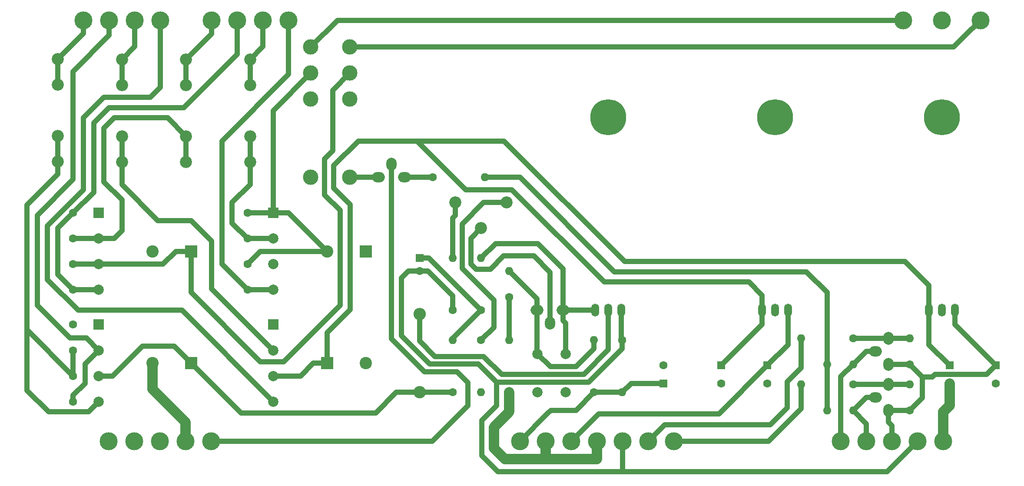
<source format=gbl>
G04 #@! TF.GenerationSoftware,KiCad,Pcbnew,(5.1.7)-1*
G04 #@! TF.CreationDate,2022-11-12T18:17:31+01:00*
G04 #@! TF.ProjectId,Netzteil-Modul,4e65747a-7465-4696-9c2d-4d6f64756c2e,rev?*
G04 #@! TF.SameCoordinates,Original*
G04 #@! TF.FileFunction,Copper,L2,Bot*
G04 #@! TF.FilePolarity,Positive*
%FSLAX46Y46*%
G04 Gerber Fmt 4.6, Leading zero omitted, Abs format (unit mm)*
G04 Created by KiCad (PCBNEW (5.1.7)-1) date 2022-11-12 18:17:31*
%MOMM*%
%LPD*%
G01*
G04 APERTURE LIST*
G04 #@! TA.AperFunction,ComponentPad*
%ADD10O,1.600000X1.600000*%
G04 #@! TD*
G04 #@! TA.AperFunction,ComponentPad*
%ADD11C,7.000000*%
G04 #@! TD*
G04 #@! TA.AperFunction,ComponentPad*
%ADD12C,1.600000*%
G04 #@! TD*
G04 #@! TA.AperFunction,ComponentPad*
%ADD13R,2.400000X2.400000*%
G04 #@! TD*
G04 #@! TA.AperFunction,ComponentPad*
%ADD14C,2.400000*%
G04 #@! TD*
G04 #@! TA.AperFunction,ComponentPad*
%ADD15C,3.500000*%
G04 #@! TD*
G04 #@! TA.AperFunction,ComponentPad*
%ADD16C,3.000000*%
G04 #@! TD*
G04 #@! TA.AperFunction,ComponentPad*
%ADD17C,2.350000*%
G04 #@! TD*
G04 #@! TA.AperFunction,ComponentPad*
%ADD18R,1.600000X1.600000*%
G04 #@! TD*
G04 #@! TA.AperFunction,ComponentPad*
%ADD19C,2.000000*%
G04 #@! TD*
G04 #@! TA.AperFunction,ComponentPad*
%ADD20O,2.400000X2.400000*%
G04 #@! TD*
G04 #@! TA.AperFunction,ComponentPad*
%ADD21O,2.000000X2.500000*%
G04 #@! TD*
G04 #@! TA.AperFunction,ComponentPad*
%ADD22O,2.500000X2.000000*%
G04 #@! TD*
G04 #@! TA.AperFunction,ComponentPad*
%ADD23C,2.340000*%
G04 #@! TD*
G04 #@! TA.AperFunction,ComponentPad*
%ADD24O,1.500000X2.500000*%
G04 #@! TD*
G04 #@! TA.AperFunction,ComponentPad*
%ADD25R,2.000000X2.000000*%
G04 #@! TD*
G04 #@! TA.AperFunction,Conductor*
%ADD26C,1.000000*%
G04 #@! TD*
G04 #@! TA.AperFunction,Conductor*
%ADD27C,2.000000*%
G04 #@! TD*
G04 APERTURE END LIST*
D10*
X212500000Y-122040000D03*
X207420000Y-122040000D03*
X212500000Y-131040000D03*
X207420000Y-131040000D03*
D11*
X164800000Y-73875000D03*
X229800000Y-73875000D03*
X197300000Y-73875000D03*
D12*
X94500000Y-102500000D03*
X94500000Y-107500000D03*
X94500000Y-97500000D03*
X94500000Y-92500000D03*
X60500000Y-107500000D03*
X60500000Y-102500000D03*
X60500000Y-97500000D03*
X60500000Y-92500000D03*
X60500000Y-119300000D03*
X60500000Y-114300000D03*
X60500000Y-129300000D03*
X60500000Y-124300000D03*
X134500000Y-111500000D03*
D10*
X134500000Y-101340000D03*
D12*
X162000000Y-127500000D03*
D10*
X162000000Y-117340000D03*
D13*
X83500000Y-121800000D03*
D14*
X76000000Y-121800000D03*
D15*
X147600000Y-137000000D03*
X152600000Y-137000000D03*
X157600000Y-137000000D03*
X162600000Y-137000000D03*
X167600000Y-137000000D03*
X172600000Y-137000000D03*
X177600000Y-137000000D03*
X67400000Y-137000000D03*
X72400000Y-137000000D03*
X77400000Y-137000000D03*
X82400000Y-137000000D03*
X87400000Y-137000000D03*
X210100000Y-137000000D03*
X215100000Y-137000000D03*
X220100000Y-137000000D03*
X225100000Y-137000000D03*
X230100000Y-137000000D03*
D16*
X106800000Y-85600000D03*
X114420000Y-85600000D03*
X114420000Y-70360000D03*
X114420000Y-65280000D03*
X114420000Y-60200000D03*
X106800000Y-70360000D03*
X106800000Y-65280000D03*
X106800000Y-60200000D03*
D17*
X95000000Y-77600000D03*
X95000000Y-82600000D03*
X95000000Y-67600000D03*
X95000000Y-62600000D03*
X57500000Y-77500000D03*
X57500000Y-82500000D03*
X57500000Y-67500000D03*
X57500000Y-62500000D03*
D18*
X195800000Y-122250000D03*
D12*
X195800000Y-125750000D03*
D18*
X186800000Y-122250000D03*
D12*
X186800000Y-125750000D03*
D18*
X240300000Y-122250000D03*
D12*
X240300000Y-125750000D03*
D18*
X231300000Y-122250000D03*
D12*
X231300000Y-125750000D03*
D18*
X175500000Y-125750000D03*
D12*
X175500000Y-122250000D03*
D18*
X128000000Y-101340000D03*
D12*
X128000000Y-103840000D03*
X145500000Y-108960000D03*
D10*
X145500000Y-103880000D03*
D19*
X151000000Y-120000000D03*
X151000000Y-127500000D03*
X156500000Y-120000000D03*
X156500000Y-127500000D03*
D14*
X128000000Y-127500000D03*
D20*
X128000000Y-112260000D03*
D10*
X145500000Y-127500000D03*
X145500000Y-117340000D03*
D21*
X122520000Y-83060000D03*
D22*
X119980000Y-85600000D03*
X125060000Y-85600000D03*
D12*
X140000000Y-117340000D03*
D10*
X140000000Y-127500000D03*
D12*
X167500000Y-117340000D03*
D10*
X167500000Y-127500000D03*
D12*
X140000000Y-111500000D03*
D10*
X140000000Y-101340000D03*
D12*
X134500000Y-127500000D03*
D10*
X134500000Y-117340000D03*
D12*
X130560000Y-85600000D03*
D10*
X140720000Y-85600000D03*
D12*
X223500000Y-131040000D03*
D10*
X223500000Y-125960000D03*
X223500000Y-116960000D03*
D12*
X223500000Y-122040000D03*
D22*
X216850000Y-128500000D03*
D21*
X219390000Y-131040000D03*
X219390000Y-125960000D03*
D22*
X216840000Y-119500000D03*
D21*
X219380000Y-122040000D03*
X219380000Y-116960000D03*
D12*
X212500000Y-125960000D03*
D10*
X202340000Y-125960000D03*
D12*
X212500000Y-116960000D03*
D10*
X202340000Y-116960000D03*
D23*
X135000000Y-90500000D03*
X140000000Y-95500000D03*
X145000000Y-90500000D03*
D21*
X153460000Y-114040000D03*
D22*
X156000000Y-111500000D03*
X150920000Y-111500000D03*
D24*
X227260000Y-111500000D03*
X229800000Y-111500000D03*
X232340000Y-111500000D03*
X194760000Y-111500000D03*
X197300000Y-111500000D03*
X199840000Y-111500000D03*
X162260000Y-111500000D03*
X164800000Y-111500000D03*
X167340000Y-111500000D03*
D13*
X117500000Y-100000000D03*
D14*
X110000000Y-100000000D03*
D13*
X110000000Y-121800000D03*
D14*
X117500000Y-121800000D03*
D13*
X83500000Y-100000000D03*
D14*
X76000000Y-100000000D03*
D25*
X65500000Y-92500000D03*
D19*
X65500000Y-97500000D03*
X65500000Y-102500000D03*
X65500000Y-107500000D03*
X99500000Y-107500000D03*
X99500000Y-102500000D03*
X99500000Y-97500000D03*
D25*
X99500000Y-92500000D03*
X99500000Y-114300000D03*
D19*
X99500000Y-119300000D03*
X99500000Y-124300000D03*
X99500000Y-129300000D03*
D25*
X65500000Y-114300000D03*
D19*
X65500000Y-119300000D03*
X65500000Y-124300000D03*
X65500000Y-129300000D03*
D17*
X82500000Y-77600000D03*
X82500000Y-82600000D03*
X82500000Y-67600000D03*
X82500000Y-62600000D03*
X70000000Y-77600000D03*
X70000000Y-82600000D03*
X70000000Y-67600000D03*
X70000000Y-62600000D03*
D15*
X237300000Y-55000000D03*
X229800000Y-55000000D03*
X222300000Y-55000000D03*
X102500000Y-55000000D03*
X97500000Y-55000000D03*
X92500000Y-55000000D03*
X87500000Y-55000000D03*
X77500000Y-55000000D03*
X72500000Y-55000000D03*
X67500000Y-55000000D03*
X62500000Y-55000000D03*
D26*
X112000000Y-55000000D02*
X106800000Y-60200000D01*
X222300000Y-55000000D02*
X112000000Y-55000000D01*
X232100000Y-60200000D02*
X234050000Y-58250000D01*
X114420000Y-60200000D02*
X232100000Y-60200000D01*
X237300000Y-55000000D02*
X234050000Y-58250000D01*
X72500000Y-60100000D02*
X70000000Y-62600000D01*
X72500000Y-55000000D02*
X72500000Y-60100000D01*
X70000000Y-62600000D02*
X70000000Y-67600000D01*
X95000000Y-62600000D02*
X95000000Y-67600000D01*
X97500000Y-60100000D02*
X95000000Y-62600000D01*
X97500000Y-55000000D02*
X97500000Y-60100000D01*
X82500000Y-62600000D02*
X82500000Y-67600000D01*
X87500000Y-57600000D02*
X82500000Y-62600000D01*
X87500000Y-55000000D02*
X87500000Y-57600000D01*
X62500000Y-57500000D02*
X57500000Y-62500000D01*
X62500000Y-55000000D02*
X62500000Y-57500000D01*
X57500000Y-62500000D02*
X57500000Y-67500000D01*
D27*
X162600000Y-137000000D02*
X162600000Y-140500000D01*
X162600000Y-140500000D02*
X152600000Y-140500000D01*
X152600000Y-140500000D02*
X152600000Y-137000000D01*
X152600000Y-140500000D02*
X144600000Y-140500000D01*
X145500000Y-127500000D02*
X145500000Y-131300000D01*
X145500000Y-131300000D02*
X142500000Y-134300000D01*
X142500000Y-138400000D02*
X144600000Y-140500000D01*
X142500000Y-134300000D02*
X142500000Y-138400000D01*
X231300000Y-125750000D02*
X231300000Y-130100000D01*
X230100000Y-131300000D02*
X230100000Y-137000000D01*
X231300000Y-130100000D02*
X230100000Y-131300000D01*
X82400000Y-133300000D02*
X82400000Y-137000000D01*
X76000000Y-126900000D02*
X82400000Y-133300000D01*
X76000000Y-121800000D02*
X76000000Y-126900000D01*
D26*
X70000000Y-77600000D02*
X70000000Y-82600000D01*
X99500000Y-119300000D02*
X87500000Y-107300000D01*
X70000000Y-82600000D02*
X70000000Y-87000000D01*
X70000000Y-87000000D02*
X77000000Y-94000000D01*
X83500000Y-94000000D02*
X87500000Y-98000000D01*
X77000000Y-94000000D02*
X83500000Y-94000000D01*
X87500000Y-107300000D02*
X87500000Y-98000000D01*
X81700000Y-111500000D02*
X99500000Y-129300000D01*
X70500000Y-111500000D02*
X81700000Y-111500000D01*
X70500000Y-111500000D02*
X71500000Y-111500000D01*
X77500000Y-65000000D02*
X77500000Y-55000000D01*
X77500000Y-68000000D02*
X77500000Y-65000000D01*
X75500000Y-70000000D02*
X77500000Y-68000000D01*
X66500000Y-70000000D02*
X75500000Y-70000000D01*
X62500000Y-74000000D02*
X66500000Y-70000000D01*
X62500000Y-88000000D02*
X62500000Y-74000000D01*
X55500000Y-105500000D02*
X55500000Y-95000000D01*
X55500000Y-95000000D02*
X62500000Y-88000000D01*
X61500000Y-111500000D02*
X55500000Y-105500000D01*
X70500000Y-111500000D02*
X61500000Y-111500000D01*
X111300000Y-83300000D02*
X116100000Y-78500000D01*
X111300000Y-87700000D02*
X111300000Y-83300000D01*
X114500000Y-111400000D02*
X114500000Y-90900000D01*
X110000000Y-115900000D02*
X114500000Y-111400000D01*
X114500000Y-90900000D02*
X111300000Y-87700000D01*
X110000000Y-121800000D02*
X110000000Y-115900000D01*
X107300000Y-121800000D02*
X104800000Y-124300000D01*
X110000000Y-121800000D02*
X107300000Y-121800000D01*
X99500000Y-124300000D02*
X104800000Y-124300000D01*
X116100000Y-78500000D02*
X125500000Y-78500000D01*
X127500000Y-78500000D02*
X137000000Y-88000000D01*
X125500000Y-78500000D02*
X127500000Y-78500000D01*
X125500000Y-78500000D02*
X131800000Y-78500000D01*
X144500000Y-78500000D02*
X168000000Y-102000000D01*
X139000000Y-78500000D02*
X144500000Y-78500000D01*
X131800000Y-78500000D02*
X139000000Y-78500000D01*
X146000000Y-88000000D02*
X164000000Y-106000000D01*
X141400000Y-88000000D02*
X146000000Y-88000000D01*
X137000000Y-88000000D02*
X141400000Y-88000000D01*
X168000000Y-102000000D02*
X204100000Y-102000000D01*
X204100000Y-102000000D02*
X205100000Y-102000000D01*
X207400000Y-102000000D02*
X214300000Y-102000000D01*
X204100000Y-102000000D02*
X207400000Y-102000000D01*
X183200000Y-106000000D02*
X185800000Y-106000000D01*
X183200000Y-106000000D02*
X184500000Y-106000000D01*
X227260000Y-118210000D02*
X231300000Y-122250000D01*
X227260000Y-111500000D02*
X227260000Y-118210000D01*
X194760000Y-114290000D02*
X186800000Y-122250000D01*
X194760000Y-111500000D02*
X194760000Y-114290000D01*
X180600000Y-106000000D02*
X192200000Y-106000000D01*
X164000000Y-106000000D02*
X180600000Y-106000000D01*
X180600000Y-106000000D02*
X183200000Y-106000000D01*
X194760000Y-108560000D02*
X194760000Y-111500000D01*
X192200000Y-106000000D02*
X194760000Y-108560000D01*
X210400000Y-102000000D02*
X222600000Y-102000000D01*
X207400000Y-102000000D02*
X210400000Y-102000000D01*
X210400000Y-102000000D02*
X214100000Y-102000000D01*
X227260000Y-106660000D02*
X227260000Y-111500000D01*
X222600000Y-102000000D02*
X227260000Y-106660000D01*
X102500000Y-92500000D02*
X110000000Y-100000000D01*
X99500000Y-92500000D02*
X102500000Y-92500000D01*
X99500000Y-92500000D02*
X94500000Y-92500000D01*
X97000000Y-100000000D02*
X94500000Y-102500000D01*
X110000000Y-100000000D02*
X97000000Y-100000000D01*
X99500000Y-72580000D02*
X106800000Y-65280000D01*
X99500000Y-92500000D02*
X99500000Y-72580000D01*
X65500000Y-102500000D02*
X60500000Y-102500000D01*
X80500000Y-100000000D02*
X83500000Y-100000000D01*
X78000000Y-102500000D02*
X80500000Y-100000000D01*
X65500000Y-102500000D02*
X78000000Y-102500000D01*
X111100000Y-68600000D02*
X114420000Y-65280000D01*
X111100000Y-80400000D02*
X111100000Y-68600000D01*
X109500000Y-82000000D02*
X111100000Y-80400000D01*
X109500000Y-89000000D02*
X109500000Y-82000000D01*
X112500000Y-92000000D02*
X109500000Y-89000000D01*
X112500000Y-110500000D02*
X112500000Y-92000000D01*
X97000000Y-121500000D02*
X101500000Y-121500000D01*
X83500000Y-108000000D02*
X97000000Y-121500000D01*
X101500000Y-121500000D02*
X112500000Y-110500000D01*
X83500000Y-100000000D02*
X83500000Y-108000000D01*
X93200000Y-131500000D02*
X83500000Y-121800000D01*
X93200000Y-131500000D02*
X119500000Y-131500000D01*
X134500000Y-127500000D02*
X128000000Y-127500000D01*
X123500000Y-127500000D02*
X119500000Y-131500000D01*
X128000000Y-127500000D02*
X123500000Y-127500000D01*
X65500000Y-124300000D02*
X68200000Y-124300000D01*
X68200000Y-124300000D02*
X74000000Y-118500000D01*
X80200000Y-118500000D02*
X83500000Y-121800000D01*
X74000000Y-118500000D02*
X80200000Y-118500000D01*
X220100000Y-137000000D02*
X220100000Y-134000000D01*
X219390000Y-133290000D02*
X219390000Y-131040000D01*
X220100000Y-134000000D02*
X219390000Y-133290000D01*
X232340000Y-114290000D02*
X240300000Y-122250000D01*
X232340000Y-111500000D02*
X232340000Y-114290000D01*
X240300000Y-122250000D02*
X238550000Y-124000000D01*
X238550000Y-124000000D02*
X228440000Y-124000000D01*
X223500000Y-122040000D02*
X225960000Y-124500000D01*
X225960000Y-128580000D02*
X223500000Y-131040000D01*
X225960000Y-124500000D02*
X225960000Y-128580000D01*
X227940000Y-124500000D02*
X228440000Y-124000000D01*
X225960000Y-124500000D02*
X227940000Y-124500000D01*
X219380000Y-122040000D02*
X223500000Y-122040000D01*
X219390000Y-131040000D02*
X223500000Y-131040000D01*
X157600000Y-137000000D02*
X162900000Y-131700000D01*
X199840000Y-118210000D02*
X195800000Y-122250000D01*
X199840000Y-111500000D02*
X199840000Y-118210000D01*
X186350000Y-131700000D02*
X195800000Y-122250000D01*
X162900000Y-131700000D02*
X186350000Y-131700000D01*
X212500000Y-116960000D02*
X223500000Y-116960000D01*
X212500000Y-125960000D02*
X223500000Y-125960000D01*
X215040000Y-119500000D02*
X212500000Y-122040000D01*
X216840000Y-119500000D02*
X215040000Y-119500000D01*
X210100000Y-124440000D02*
X212500000Y-122040000D01*
X210100000Y-137000000D02*
X210100000Y-124440000D01*
X215040000Y-128500000D02*
X212500000Y-131040000D01*
X216850000Y-128500000D02*
X215040000Y-128500000D01*
X215100000Y-133640000D02*
X212500000Y-131040000D01*
X215100000Y-137000000D02*
X215100000Y-133640000D01*
X125060000Y-85600000D02*
X130560000Y-85600000D01*
X147600000Y-85600000D02*
X166000000Y-104000000D01*
X140720000Y-85600000D02*
X147600000Y-85600000D01*
X166000000Y-104000000D02*
X203400000Y-104000000D01*
X207420000Y-122040000D02*
X207420000Y-131040000D01*
X207420000Y-108020000D02*
X203400000Y-104000000D01*
X207420000Y-122040000D02*
X207420000Y-108020000D01*
X145500000Y-108960000D02*
X145500000Y-117340000D01*
X156000000Y-111500000D02*
X162260000Y-111500000D01*
X156500000Y-120000000D02*
X156500000Y-114000000D01*
X156000000Y-113500000D02*
X156000000Y-111500000D01*
X156500000Y-114000000D02*
X156000000Y-113500000D01*
X140000000Y-101340000D02*
X142840000Y-98500000D01*
X142840000Y-98500000D02*
X151100000Y-98500000D01*
X156000000Y-103400000D02*
X156000000Y-111500000D01*
X151100000Y-98500000D02*
X156000000Y-103400000D01*
X151000000Y-120000000D02*
X153500000Y-122500000D01*
X153500000Y-122500000D02*
X158500000Y-122500000D01*
X162000000Y-119000000D02*
X162000000Y-117340000D01*
X158500000Y-122500000D02*
X162000000Y-119000000D01*
X150920000Y-119920000D02*
X151000000Y-120000000D01*
X150920000Y-111500000D02*
X150920000Y-119920000D01*
X150920000Y-109300000D02*
X145500000Y-103880000D01*
X150920000Y-111500000D02*
X150920000Y-109300000D01*
X67500000Y-57900000D02*
X67500000Y-55000000D01*
X60450000Y-64950000D02*
X67500000Y-57900000D01*
X53500000Y-93000000D02*
X60500000Y-86000000D01*
X60500000Y-86000000D02*
X60500000Y-64950000D01*
X53500000Y-110500000D02*
X53500000Y-93000000D01*
X59900000Y-116900000D02*
X53500000Y-110500000D01*
X63100000Y-116900000D02*
X59900000Y-116900000D01*
X65500000Y-119300000D02*
X63100000Y-116900000D01*
X60500000Y-129300000D02*
X60500000Y-128100000D01*
X60500000Y-128100000D02*
X62800000Y-125800000D01*
X62800000Y-122000000D02*
X65500000Y-119300000D01*
X62800000Y-125800000D02*
X62800000Y-122000000D01*
X57500000Y-77500000D02*
X57500000Y-82500000D01*
X57500000Y-85000000D02*
X51500000Y-91000000D01*
X57500000Y-82500000D02*
X57500000Y-85000000D01*
X60500000Y-119300000D02*
X60500000Y-124300000D01*
X51500000Y-111600000D02*
X51500000Y-127100000D01*
X51500000Y-111600000D02*
X51500000Y-112500000D01*
X51500000Y-127100000D02*
X55700000Y-131300000D01*
X63500000Y-131300000D02*
X65500000Y-129300000D01*
X55700000Y-131300000D02*
X63500000Y-131300000D01*
X51500000Y-115300000D02*
X60500000Y-124300000D01*
X51500000Y-91000000D02*
X51500000Y-108100000D01*
X51500000Y-108100000D02*
X51500000Y-115300000D01*
X51500000Y-108100000D02*
X51500000Y-111600000D01*
X95000000Y-77600000D02*
X95000000Y-82600000D01*
X95000000Y-85400000D02*
X95000000Y-82600000D01*
X99500000Y-97500000D02*
X94500000Y-97500000D01*
X94500000Y-97500000D02*
X91500000Y-94500000D01*
X91500000Y-94500000D02*
X91500000Y-90500000D01*
X95000000Y-87000000D02*
X95000000Y-85400000D01*
X91500000Y-90500000D02*
X95000000Y-87000000D01*
X99500000Y-107500000D02*
X94500000Y-107500000D01*
X89500000Y-78500000D02*
X102500000Y-65500000D01*
X89500000Y-102500000D02*
X89500000Y-78500000D01*
X102500000Y-65500000D02*
X102500000Y-55000000D01*
X94500000Y-107500000D02*
X89500000Y-102500000D01*
X82500000Y-77600000D02*
X82500000Y-82600000D01*
X65500000Y-97500000D02*
X60500000Y-97500000D01*
X78900000Y-74000000D02*
X82500000Y-77600000D01*
X68500000Y-74000000D02*
X78900000Y-74000000D01*
X66500000Y-76000000D02*
X68500000Y-74000000D01*
X70000000Y-90000000D02*
X66500000Y-86500000D01*
X70000000Y-96000000D02*
X70000000Y-90000000D01*
X66500000Y-86500000D02*
X66500000Y-76000000D01*
X68500000Y-97500000D02*
X70000000Y-96000000D01*
X65500000Y-97500000D02*
X68500000Y-97500000D01*
X65500000Y-107500000D02*
X60500000Y-107500000D01*
X60500000Y-107500000D02*
X57500000Y-104500000D01*
X57500000Y-95500000D02*
X60500000Y-92500000D01*
X57500000Y-104500000D02*
X57500000Y-95500000D01*
X64500000Y-88500000D02*
X60500000Y-92500000D01*
X64500000Y-88000000D02*
X64500000Y-86200000D01*
X64500000Y-86200000D02*
X64500000Y-88500000D01*
X92500000Y-61600000D02*
X92500000Y-55000000D01*
X82100000Y-72000000D02*
X92500000Y-61600000D01*
X67500000Y-72000000D02*
X82100000Y-72000000D01*
X64500000Y-75000000D02*
X67500000Y-72000000D01*
X64500000Y-86200000D02*
X64500000Y-75000000D01*
X134500000Y-117000000D02*
X140000000Y-111500000D01*
X134500000Y-117340000D02*
X134500000Y-117000000D01*
X133500000Y-105000000D02*
X140000000Y-111500000D01*
X129840000Y-101340000D02*
X133500000Y-105000000D01*
X128000000Y-101340000D02*
X129840000Y-101340000D01*
X162000000Y-127500000D02*
X167500000Y-127500000D01*
X162000000Y-127500000D02*
X158500000Y-131000000D01*
X153600000Y-131000000D02*
X153050000Y-131550000D01*
X158500000Y-131000000D02*
X153600000Y-131000000D01*
X153050000Y-131550000D02*
X147600000Y-137000000D01*
X169250000Y-125750000D02*
X167500000Y-127500000D01*
X175500000Y-125750000D02*
X169250000Y-125750000D01*
X122520000Y-117020000D02*
X129000000Y-123500000D01*
X122520000Y-83060000D02*
X122520000Y-117020000D01*
X129000000Y-123500000D02*
X133400000Y-123500000D01*
X133400000Y-123500000D02*
X135000000Y-123500000D01*
X135300000Y-123500000D02*
X133400000Y-123500000D01*
X137400000Y-130100000D02*
X137400000Y-125600000D01*
X137400000Y-125600000D02*
X135300000Y-123500000D01*
X130500000Y-137000000D02*
X137400000Y-130100000D01*
X87400000Y-137000000D02*
X130500000Y-137000000D01*
X177600000Y-137000000D02*
X196000000Y-137000000D01*
X202340000Y-130660000D02*
X202340000Y-125960000D01*
X196000000Y-137000000D02*
X202340000Y-130660000D01*
X172600000Y-137000000D02*
X175800000Y-133800000D01*
X175800000Y-133800000D02*
X196400000Y-133800000D01*
X196400000Y-133800000D02*
X199700000Y-130500000D01*
X202340000Y-122760000D02*
X199700000Y-125400000D01*
X202340000Y-116960000D02*
X202340000Y-122760000D01*
X199700000Y-130500000D02*
X199700000Y-125400000D01*
X131000000Y-120500000D02*
X128000000Y-117500000D01*
X144000000Y-124000000D02*
X140500000Y-120500000D01*
X160000000Y-124000000D02*
X144000000Y-124000000D01*
X128000000Y-117500000D02*
X128000000Y-112260000D01*
X164800000Y-119200000D02*
X160000000Y-124000000D01*
X140500000Y-120500000D02*
X131000000Y-120500000D01*
X164800000Y-111500000D02*
X164800000Y-119200000D01*
X134500000Y-101340000D02*
X134500000Y-93500000D01*
X135000000Y-93000000D02*
X135000000Y-90500000D01*
X134500000Y-93500000D02*
X135000000Y-93000000D01*
X153460000Y-109460000D02*
X153460000Y-114040000D01*
X150300000Y-100900000D02*
X153460000Y-104060000D01*
X141800000Y-103500000D02*
X144400000Y-100900000D01*
X153460000Y-104060000D02*
X153460000Y-109460000D01*
X139000000Y-103500000D02*
X141800000Y-103500000D01*
X138000000Y-102500000D02*
X139000000Y-103500000D01*
X138000000Y-97500000D02*
X138000000Y-102500000D01*
X144400000Y-100900000D02*
X150300000Y-100900000D01*
X140000000Y-95500000D02*
X138000000Y-97500000D01*
X140500000Y-90500000D02*
X145000000Y-90500000D01*
X136299990Y-94700010D02*
X140500000Y-90500000D01*
X142500000Y-109500000D02*
X136299990Y-103299990D01*
X142500000Y-114840000D02*
X142500000Y-109500000D01*
X136299990Y-103299990D02*
X136299990Y-94700010D01*
X140000000Y-117340000D02*
X142500000Y-114840000D01*
X167340000Y-117180000D02*
X167500000Y-117340000D01*
X167340000Y-111500000D02*
X167340000Y-117180000D01*
X145500000Y-143000000D02*
X143400000Y-143000000D01*
X161000000Y-125500000D02*
X143000000Y-125500000D01*
X167500000Y-119000000D02*
X161000000Y-125500000D01*
X167500000Y-117340000D02*
X167500000Y-119000000D01*
X140100000Y-139800000D02*
X143300000Y-143000000D01*
X140100000Y-133000000D02*
X140100000Y-139800000D01*
X143300000Y-143000000D02*
X145500000Y-143000000D01*
X143000000Y-130100000D02*
X140100000Y-133000000D01*
X143000000Y-125500000D02*
X143000000Y-130100000D01*
X219100000Y-143000000D02*
X225100000Y-137000000D01*
X165500000Y-143000000D02*
X164300000Y-143000000D01*
X164300000Y-143000000D02*
X145500000Y-143000000D01*
X167600000Y-137000000D02*
X167600000Y-143000000D01*
X167600000Y-143000000D02*
X219100000Y-143000000D01*
X164300000Y-143000000D02*
X167600000Y-143000000D01*
X125860000Y-103840000D02*
X128000000Y-103840000D01*
X124500000Y-105200000D02*
X125860000Y-103840000D01*
X124500000Y-116500000D02*
X124500000Y-105200000D01*
X130000000Y-122000000D02*
X124500000Y-116500000D01*
X139500000Y-122000000D02*
X130000000Y-122000000D01*
X143000000Y-125500000D02*
X139500000Y-122000000D01*
X128000000Y-103840000D02*
X129640000Y-103840000D01*
X134500000Y-108700000D02*
X129640000Y-103840000D01*
X134500000Y-111500000D02*
X134500000Y-108700000D01*
X114420000Y-85600000D02*
X119980000Y-85600000D01*
M02*

</source>
